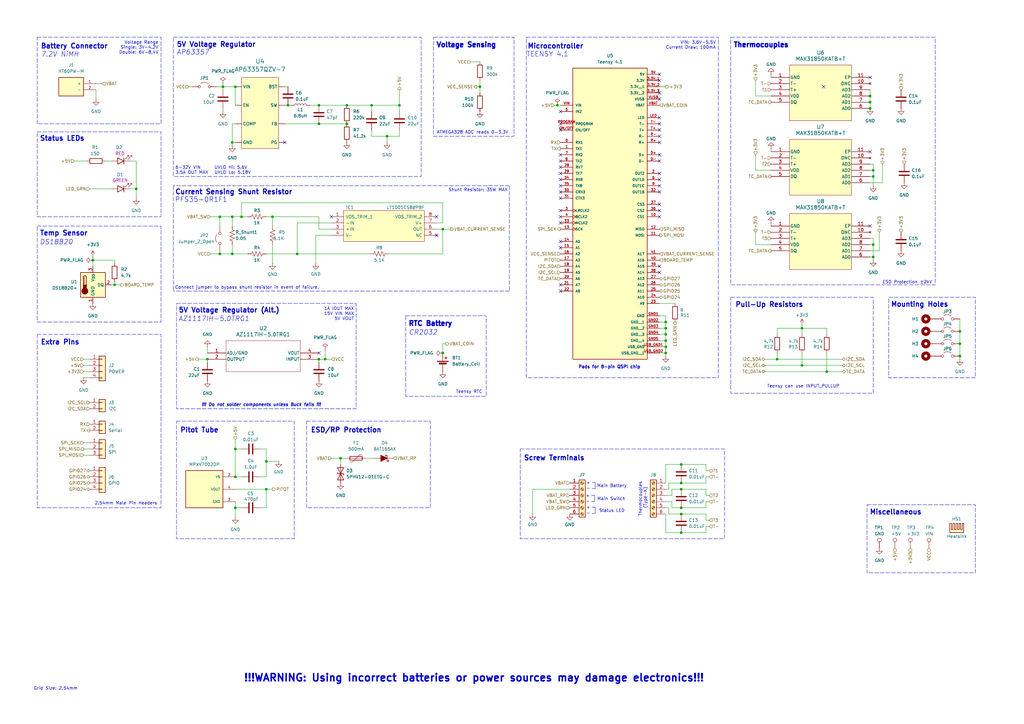
<source format=kicad_sch>
(kicad_sch (version 20231120) (generator "eeschema") (generator_version "8.0")
  (paper "A3")
  (title_block (title "VULCAN") (date "5/6/2024") (rev "0") (comment 4 "Luca Beretta"))
  (junction (at 279.4 198.12))
  (junction (at 279.4 208.28))
  (junction (at 279.4 218.44))
  (junction (at 130.81 50.8))
  (junction (at 99.06 88.9))
  (junction (at 38.1 106.68))
  (junction (at 163.83 43.18))
  (junction (at 109.22 200.66))
  (junction (at 46.99 116.84))
  (junction (at 273.05 144.78))
  (junction (at 85.09 147.32))
  (junction (at 339.09 152.4))
  (junction (at 318.77 147.32))
  (junction (at 279.4 190.5))
  (junction (at 139.7 187.96))
  (junction (at 95.25 88.9))
  (junction (at 328.93 149.86))
  (junction (at 158.75 55.88))
  (junction (at 91.44 35.56))
  (junction (at 279.4 200.66))
  (junction (at 358.14 100.33))
  (junction (at 90.17 104.14))
  (junction (at 358.14 69.85))
  (junction (at 142.24 50.8))
  (junction (at 96.52 208.28))
  (junction (at 181.61 93.98))
  (junction (at 356.87 44.45))
  (junction (at 142.24 43.18))
  (junction (at 55.88 77.47))
  (junction (at 358.14 72.39))
  (junction (at 118.11 43.18))
  (junction (at 130.81 43.18))
  (junction (at 96.52 195.58))
  (junction (at 228.6 43.18))
  (junction (at 356.87 41.91))
  (junction (at 90.17 88.9))
  (junction (at 96.52 35.56))
  (junction (at 356.87 39.37))
  (junction (at 95.25 58.42))
  (junction (at 130.81 147.32))
  (junction (at 273.05 139.7))
  (junction (at 133.35 147.32))
  (junction (at 393.7 146.05))
  (junction (at 95.25 104.14))
  (junction (at 273.05 137.16))
  (junction (at 358.14 105.41))
  (junction (at 109.22 189.23))
  (junction (at 196.85 35.56))
  (junction (at 181.61 144.78))
  (junction (at 393.7 140.97))
  (junction (at 273.05 132.08))
  (junction (at 393.7 135.89))
  (junction (at 273.05 134.62))
  (junction (at 328.93 134.62))
  (junction (at 111.76 88.9))
  (junction (at 96.52 184.15))
  (junction (at 273.05 142.24))
  (junction (at 279.4 210.82))
  (junction (at 152.4 43.18))
  (junction (at 121.92 104.14))
  (no_connect (at 229.87 53.34))
  (no_connect (at 270.51 30.48))
  (no_connect (at 179.07 88.9))
  (no_connect (at 270.51 40.64))
  (no_connect (at 270.51 78.74))
  (no_connect (at 270.51 86.36))
  (no_connect (at 229.87 88.9))
  (no_connect (at 229.87 99.06))
  (no_connect (at 229.87 50.8))
  (no_connect (at 229.87 73.66))
  (no_connect (at 270.51 53.34))
  (no_connect (at 356.87 31.75))
  (no_connect (at 229.87 68.58))
  (no_connect (at 229.87 81.28))
  (no_connect (at 356.87 92.71))
  (no_connect (at 270.51 111.76))
  (no_connect (at 229.87 66.04))
  (no_connect (at 229.87 63.5))
  (no_connect (at 270.51 109.22))
  (no_connect (at 270.51 33.02))
  (no_connect (at 116.84 58.42))
  (no_connect (at 130.81 144.78))
  (no_connect (at 229.87 119.38))
  (no_connect (at 270.51 55.88))
  (no_connect (at 229.87 101.6))
  (no_connect (at 229.87 76.2))
  (no_connect (at 229.87 78.74))
  (no_connect (at 229.87 45.72))
  (no_connect (at 337.82 35.56))
  (no_connect (at 270.51 88.9))
  (no_connect (at 270.51 58.42))
  (no_connect (at 270.51 50.8))
  (no_connect (at 179.07 96.52))
  (no_connect (at 135.89 88.9))
  (no_connect (at 356.87 62.23))
  (no_connect (at 270.51 48.26))
  (no_connect (at 270.51 38.1))
  (no_connect (at 270.51 76.2))
  (no_connect (at 270.51 73.66))
  (no_connect (at 270.51 66.04))
  (no_connect (at 270.51 83.82))
  (no_connect (at 229.87 71.12))
  (no_connect (at 270.51 63.5))
  (no_connect (at 229.87 116.84))
  (no_connect (at 270.51 71.12))
  (no_connect (at 229.87 86.36))
  (no_connect (at 229.87 91.44))
  (wire (pts (xy 77.47 35.56) (xy 78.74 35.56)))
  (wire (pts (xy 356.87 97.79) (xy 358.14 97.79)))
  (wire (pts (xy 274.32 210.82) (xy 279.4 210.82)))
  (wire (pts (xy 356.87 100.33) (xy 358.14 100.33)))
  (wire (pts (xy 90.17 102.87) (xy 90.17 104.14)))
  (polyline (pts (xy 244.094 197.866) (xy 244.094 200.406)))
  (wire (pts (xy 227.33 43.18) (xy 228.6 43.18)))
  (wire (pts (xy 53.34 77.47) (xy 55.88 77.47)))
  (wire (pts (xy 130.81 43.18) (xy 142.24 43.18)))
  (wire (pts (xy 109.22 88.9) (xy 111.76 88.9)))
  (wire (pts (xy 34.29 186.69) (xy 36.83 186.69)))
  (wire (pts (xy 318.77 144.78) (xy 318.77 147.32)))
  (wire (pts (xy 38.1 105.41) (xy 38.1 106.68)))
  (wire (pts (xy 34.29 152.4) (xy 36.83 152.4)))
  (wire (pts (xy 273.05 129.54) (xy 273.05 132.08)))
  (wire (pts (xy 34.29 181.61) (xy 36.83 181.61)))
  (wire (pts (xy 289.56 210.82) (xy 279.4 210.82)))
  (wire (pts (xy 179.07 93.98) (xy 181.61 93.98)))
  (wire (pts (xy 270.51 137.16) (xy 273.05 137.16)))
  (wire (pts (xy 309.88 33.02) (xy 309.88 39.37)))
  (wire (pts (xy 163.83 55.88) (xy 158.75 55.88)))
  (wire (pts (xy 135.89 147.32) (xy 133.35 147.32)))
  (wire (pts (xy 116.84 43.18) (xy 118.11 43.18)))
  (wire (pts (xy 273.05 137.16) (xy 273.05 139.7)))
  (wire (pts (xy 318.77 134.62) (xy 328.93 134.62)))
  (wire (pts (xy 356.87 67.31) (xy 358.14 67.31)))
  (wire (pts (xy 356.87 105.41) (xy 358.14 105.41)))
  (wire (pts (xy 193.04 25.4) (xy 196.85 25.4)))
  (wire (pts (xy 99.06 208.28) (xy 96.52 208.28)))
  (wire (pts (xy 152.4 55.88) (xy 152.4 53.34)))
  (wire (pts (xy 309.88 95.25) (xy 309.88 100.33)))
  (wire (pts (xy 55.88 66.04) (xy 55.88 77.47)))
  (wire (pts (xy 316.23 60.96) (xy 316.23 62.23)))
  (wire (pts (xy 34.29 147.32) (xy 36.83 147.32)))
  (polyline (pts (xy 242.824 210.566) (xy 244.094 210.566)))
  (wire (pts (xy 289.56 203.2) (xy 289.56 200.66)))
  (wire (pts (xy 328.93 144.78) (xy 328.93 149.86)))
  (wire (pts (xy 116.84 35.56) (xy 118.11 35.56)))
  (wire (pts (xy 130.81 148.59) (xy 130.81 147.32)))
  (wire (pts (xy 130.81 50.8) (xy 142.24 50.8)))
  (wire (pts (xy 111.76 100.33) (xy 111.76 107.95)))
  (wire (pts (xy 273.05 218.44) (xy 279.4 218.44)))
  (wire (pts (xy 158.75 55.88) (xy 152.4 55.88)))
  (wire (pts (xy 85.09 148.59) (xy 85.09 147.32)))
  (wire (pts (xy 121.92 104.14) (xy 151.765 104.14)))
  (wire (pts (xy 270.51 129.54) (xy 273.05 129.54)))
  (wire (pts (xy 38.1 106.68) (xy 38.1 109.22)))
  (wire (pts (xy 289.56 208.28) (xy 279.4 208.28)))
  (wire (pts (xy 270.51 142.24) (xy 273.05 142.24)))
  (wire (pts (xy 273.05 132.08) (xy 273.05 134.62)))
  (polyline (pts (xy 242.57 205.74) (xy 243.84 205.74)))
  (wire (pts (xy 316.23 91.44) (xy 316.23 92.71)))
  (wire (pts (xy 34.29 154.94) (xy 36.83 154.94)))
  (wire (pts (xy 135.89 96.52) (xy 129.54 96.52)))
  (wire (pts (xy 181.61 140.97) (xy 181.61 144.78)))
  (wire (pts (xy 273.05 218.44) (xy 273.05 210.82)))
  (wire (pts (xy 158.75 58.42) (xy 158.75 55.88)))
  (wire (pts (xy 182.88 140.97) (xy 181.61 140.97)))
  (wire (pts (xy 53.34 66.04) (xy 55.88 66.04)))
  (wire (pts (xy 99.06 83.185) (xy 99.06 88.9)))
  (wire (pts (xy 273.05 146.05) (xy 273.05 144.78)))
  (wire (pts (xy 289.56 195.58) (xy 289.56 198.12)))
  (wire (pts (xy 106.68 184.15) (xy 109.22 184.15)))
  (wire (pts (xy 290.83 205.74) (xy 289.56 205.74)))
  (wire (pts (xy 273.05 142.24) (xy 273.05 144.78)))
  (wire (pts (xy 109.22 189.23) (xy 114.3 189.23)))
  (polyline (pts (xy 243.84 203.2) (xy 243.84 205.74)))
  (wire (pts (xy 95.25 88.9) (xy 95.25 92.71)))
  (wire (pts (xy 289.56 213.36) (xy 289.56 210.82)))
  (polyline (pts (xy 71.12 76.2) (xy 71.12 119.38)) (stroke (width 0) (type dash)))
  (wire (pts (xy 339.09 144.78) (xy 339.09 152.4)))
  (wire (pts (xy 358.14 100.33) (xy 358.14 105.41)))
  (wire (pts (xy 95.25 104.14) (xy 90.17 104.14)))
  (wire (pts (xy 270.51 124.46) (xy 276.86 124.46)))
  (wire (pts (xy 95.25 100.33) (xy 95.25 104.14)))
  (wire (pts (xy 289.56 198.12) (xy 279.4 198.12)))
  (wire (pts (xy 109.22 208.28) (xy 109.22 200.66)))
  (wire (pts (xy 130.81 88.9) (xy 130.81 93.98)))
  (wire (pts (xy 393.7 140.97) (xy 393.7 146.05)))
  (wire (pts (xy 358.14 69.85) (xy 358.14 72.39)))
  (wire (pts (xy 96.52 200.66) (xy 109.22 200.66)))
  (wire (pts (xy 289.56 200.66) (xy 279.4 200.66)))
  (wire (pts (xy 109.22 208.28) (xy 106.68 208.28)))
  (wire (pts (xy 309.88 69.85) (xy 316.23 69.85)))
  (polyline (pts (xy 208.915 76.2) (xy 71.12 76.2)) (stroke (width 0) (type dash)))
  (wire (pts (xy 130.81 93.98) (xy 135.89 93.98)))
  (wire (pts (xy 91.44 35.56) (xy 96.52 35.56)))
  (wire (pts (xy 356.87 72.39) (xy 358.14 72.39)))
  (wire (pts (xy 274.32 198.12) (xy 279.4 198.12)))
  (wire (pts (xy 218.44 200.66) (xy 233.68 200.66)))
  (wire (pts (xy 96.52 50.8) (xy 95.25 50.8)))
  (wire (pts (xy 149.86 187.96) (xy 153.67 187.96)))
  (wire (pts (xy 275.59 200.66) (xy 279.4 200.66)))
  (wire (pts (xy 95.25 58.42) (xy 96.52 58.42)))
  (wire (pts (xy 356.87 36.83) (xy 356.87 39.37)))
  (wire (pts (xy 316.23 30.48) (xy 316.23 31.75)))
  (wire (pts (xy 39.37 34.29) (xy 41.91 34.29)))
  (wire (pts (xy 181.61 91.44) (xy 179.07 91.44)))
  (wire (pts (xy 358.14 67.31) (xy 358.14 69.85)))
  (wire (pts (xy 309.88 39.37) (xy 316.23 39.37)))
  (wire (pts (xy 328.93 133.35) (xy 328.93 134.62)))
  (wire (pts (xy 90.17 88.9) (xy 90.17 92.71)))
  (wire (pts (xy 356.87 39.37) (xy 356.87 41.91)))
  (wire (pts (xy 328.93 134.62) (xy 339.09 134.62)))
  (wire (pts (xy 290.83 215.9) (xy 289.56 215.9)))
  (wire (pts (xy 142.24 43.18) (xy 152.4 43.18)))
  (wire (pts (xy 289.56 190.5) (xy 279.4 190.5)))
  (wire (pts (xy 129.54 96.52) (xy 129.54 107.95)))
  (wire (pts (xy 273.05 134.62) (xy 273.05 137.16)))
  (wire (pts (xy 270.51 139.7) (xy 273.05 139.7)))
  (wire (pts (xy 358.14 97.79) (xy 358.14 100.33)))
  (wire (pts (xy 85.09 142.24) (xy 85.09 144.78)))
  (wire (pts (xy 163.83 36.83) (xy 163.83 43.18)))
  (wire (pts (xy 96.52 208.28) (xy 96.52 212.09)))
  (wire (pts (xy 96.52 184.15) (xy 99.06 184.15)))
  (wire (pts (xy 30.48 66.04) (xy 35.56 66.04)))
  (wire (pts (xy 163.83 45.72) (xy 163.83 43.18)))
  (wire (pts (xy 111.76 88.9) (xy 111.76 92.71)))
  (wire (pts (xy 116.84 50.8) (xy 130.81 50.8)))
  (wire (pts (xy 195.58 35.56) (xy 196.85 35.56)))
  (wire (pts (xy 181.61 83.185) (xy 181.61 91.44)))
  (polyline (pts (xy 208.915 76.2) (xy 208.915 119.38)) (stroke (width 0) (type dash)))
  (wire (pts (xy 90.17 104.14) (xy 86.36 104.14)))
  (wire (pts (xy 273.05 35.56) (xy 270.51 35.56)))
  (wire (pts (xy 274.32 208.28) (xy 274.32 210.82)))
  (wire (pts (xy 109.22 200.66) (xy 111.76 200.66)))
  (wire (pts (xy 393.7 147.32) (xy 393.7 146.05)))
  (wire (pts (xy 139.7 187.96) (xy 142.24 187.96)))
  (wire (pts (xy 139.7 187.96) (xy 135.89 187.96)))
  (wire (pts (xy 339.09 137.16) (xy 339.09 134.62)))
  (wire (pts (xy 45.72 116.84) (xy 46.99 116.84)))
  (wire (pts (xy 274.32 198.12) (xy 274.32 200.66)))
  (wire (pts (xy 127 43.18) (xy 130.81 43.18)))
  (wire (pts (xy 361.95 67.31) (xy 361.95 74.93)))
  (wire (pts (xy 88.9 35.56) (xy 91.44 35.56)))
  (wire (pts (xy 313.69 149.86) (xy 328.93 149.86)))
  (wire (pts (xy 99.06 88.9) (xy 101.6 88.9)))
  (wire (pts (xy 81.28 147.32) (xy 85.09 147.32)))
  (wire (pts (xy 90.17 88.9) (xy 95.25 88.9)))
  (wire (pts (xy 86.36 88.9) (xy 90.17 88.9)))
  (wire (pts (xy 46.99 115.57) (xy 46.99 116.84)))
  (wire (pts (xy 313.69 147.32) (xy 318.77 147.32)))
  (wire (pts (xy 393.7 135.89) (xy 393.7 140.97)))
  (polyline (pts (xy 208.915 119.38) (xy 71.12 119.38)) (stroke (width 0) (type dash)))
  (wire (pts (xy 43.18 66.04) (xy 45.72 66.04)))
  (wire (pts (xy 96.52 43.18) (xy 96.52 35.56)))
  (wire (pts (xy 91.44 44.45) (xy 91.44 45.72)))
  (wire (pts (xy 313.69 152.4) (xy 339.09 152.4)))
  (wire (pts (xy 290.83 203.2) (xy 289.56 203.2)))
  (wire (pts (xy 46.99 107.95) (xy 46.99 106.68)))
  (wire (pts (xy 358.14 72.39) (xy 358.14 76.2)))
  (wire (pts (xy 96.52 205.74) (xy 96.52 208.28)))
  (wire (pts (xy 274.32 200.66) (xy 273.05 200.66)))
  (wire (pts (xy 289.56 205.74) (xy 289.56 208.28)))
  (wire (pts (xy 96.52 184.15) (xy 96.52 195.58)))
  (wire (pts (xy 290.83 213.36) (xy 289.56 213.36)))
  (wire (pts (xy 275.59 205.74) (xy 273.05 205.74)))
  (wire (pts (xy 273.05 144.78) (xy 270.51 144.78)))
  (wire (pts (xy 275.59 205.74) (xy 275.59 208.28)))
  (wire (pts (xy 289.56 218.44) (xy 279.4 218.44)))
  (wire (pts (xy 309.88 63.5) (xy 309.88 69.85)))
  (wire (pts (xy 328.93 149.86) (xy 345.44 149.86)))
  (wire (pts (xy 181.61 93.98) (xy 181.61 104.14)))
  (wire (pts (xy 152.4 43.18) (xy 163.83 43.18)))
  (wire (pts (xy 152.4 45.72) (xy 152.4 43.18)))
  (wire (pts (xy 270.51 134.62) (xy 273.05 134.62)))
  (polyline (pts (xy 242.824 208.026) (xy 244.094 208.026)))
  (wire (pts (xy 360.68 102.87) (xy 356.87 102.87)))
  (wire (pts (xy 95.25 50.8) (xy 95.25 58.42)))
  (wire (pts (xy 309.88 100.33) (xy 316.23 100.33)))
  (wire (pts (xy 196.85 35.56) (xy 196.85 38.1)))
  (wire (pts (xy 228.6 43.18) (xy 229.87 43.18)))
  (wire (pts (xy 181.61 93.98) (xy 184.785 93.98)))
  (wire (pts (xy 139.7 187.96) (xy 139.7 190.5)))
  (wire (pts (xy 163.83 53.34) (xy 163.83 55.88)))
  (wire (pts (xy 38.1 106.68) (xy 46.99 106.68)))
  (wire (pts (xy 275.59 208.28) (xy 279.4 208.28)))
  (wire (pts (xy 270.51 132.08) (xy 273.05 132.08)))
  (wire (pts (xy 289.56 193.04) (xy 289.56 190.5)))
  (wire (pts (xy 34.29 149.86) (xy 36.83 149.86)))
  (wire (pts (xy 339.09 152.4) (xy 345.44 152.4)))
  (wire (pts (xy 273.05 208.28) (xy 274.32 208.28)))
  (wire (pts (xy 356.87 69.85) (xy 358.14 69.85)))
  (wire (pts (xy 99.06 195.58) (xy 96.52 195.58)))
  (wire (pts (xy 121.92 91.44) (xy 135.89 91.44)))
  (wire (pts (xy 36.83 77.47) (xy 45.72 77.47)))
  (wire (pts (xy 109.22 189.23) (xy 109.22 195.58)))
  (wire (pts (xy 109.22 104.14) (xy 121.92 104.14)))
  (wire (pts (xy 196.85 33.02) (xy 196.85 35.56)))
  (wire (pts (xy 159.385 104.14) (xy 181.61 104.14)))
  (wire (pts (xy 361.95 74.93) (xy 356.87 74.93)))
  (wire (pts (xy 95.25 104.14) (xy 101.6 104.14)))
  (wire (pts (xy 109.22 184.15) (xy 109.22 189.23)))
  (wire (pts (xy 118.11 43.18) (xy 119.38 43.18)))
  (wire (pts (xy 318.77 147.32) (xy 345.44 147.32)))
  (wire (pts (xy 290.83 193.04) (xy 289.56 193.04)))
  (wire (pts (xy 218.44 210.82) (xy 218.44 200.66)))
  (wire (pts (xy 95.25 88.9) (xy 99.06 88.9)))
  (wire (pts (xy 96.52 180.34) (xy 96.52 184.15)))
  (polyline (pts (xy 244.094 208.026) (xy 244.094 210.566)))
  (wire (pts (xy 91.44 34.29) (xy 91.44 35.56)))
  (wire (pts (xy 393.7 130.81) (xy 393.7 135.89)))
  (wire (pts (xy 273.05 190.5) (xy 273.05 198.12)))
  (wire (pts (xy 273.05 190.5) (xy 279.4 190.5)))
  (wire (pts (xy 275.59 200.66) (xy 275.59 203.2)))
  (wire (pts (xy 273.05 139.7) (xy 273.05 142.24)))
  (polyline (pts (xy 242.57 203.2) (xy 243.84 203.2)))
  (polyline (pts (xy 242.824 200.406) (xy 244.094 200.406)))
  (wire (pts (xy 109.22 195.58) (xy 106.68 195.58)))
  (wire (pts (xy 55.88 81.28) (xy 55.88 77.47)))
  (wire (pts (xy 39.37 36.83) (xy 39.37 40.64)))
  (wire (pts (xy 95.25 59.69) (xy 95.25 58.42)))
  (wire (pts (xy 328.93 134.62) (xy 328.93 137.16)))
  (wire (pts (xy 273.05 203.2) (xy 275.59 203.2)))
  (wire (pts (xy 290.83 195.58) (xy 289.56 195.58)))
  (wire (pts (xy 34.29 184.15) (xy 36.83 184.15)))
  (wire (pts (xy 289.56 215.9) (xy 289.56 218.44)))
  (wire (pts (xy 356.87 41.91) (xy 356.87 44.45)))
  (polyline (pts (xy 242.824 197.866) (xy 244.094 197.866)))
  (wire (pts (xy 91.44 36.83) (xy 91.44 35.56)))
  (wire (pts (xy 133.35 147.32) (xy 130.81 147.32)))
  (wire (pts (xy 360.68 95.25) (xy 360.68 102.87)))
  (wire (pts (xy 46.99 116.84) (xy 49.53 116.84)))
  (wire (pts (xy 358.14 105.41) (xy 358.14 106.68)))
  (wire (pts (xy 318.77 137.16) (xy 318.77 134.62)))
  (wire (pts (xy 133.35 143.51) (xy 133.35 147.32)))
  (wire (pts (xy 121.92 91.44) (xy 121.92 104.14)))
  (wire (pts (xy 111.76 88.9) (xy 130.81 88.9)))
  (wire (pts (xy 99.06 83.185) (xy 181.61 83.185)))
  (rectangle (start 299.72 121.92) (end 358.14 161.29) (stroke (width 0) (type dash)))
  (rectangle (start 15.24 54.102) (end 66.04 88.9) (stroke (width 0) (type dash)))
  (rectangle (start 166.37 129.54) (end 199.39 162.56) (stroke (width 0) (type dash)))
  (rectangle (start 71.12 15.24) (end 172.72 72.39) (stroke (width 0) (type dash)))
  (rectangle (start 213.36 184.15) (end 297.18 220.98) (stroke (width 0) (type dash)))
  (rectangle (start 72.39 172.72) (end 120.65 220.98) (stroke (width 0) (type dash)))
  (rectangle (start 364.49 121.92) (end 400.05 154.94) (stroke (width 0) (type dash)))
  (rectangle (start 15.24 137.16) (end 66.04 208.28) (stroke (width 0) (type dash)))
  (rectangle (start 177.8 15.24) (end 210.82 55.88) (stroke (width 0) (type dash)))
  (rectangle (start 15.24 15.24) (end 66.04 50.8) (stroke (width 0) (type dash)))
  (rectangle (start 15.24 92.71) (end 66.04 132.08) (stroke (width 0) (type dash)))
  (rectangle (start 215.9 15.24) (end 294.64 154.94) (stroke (width 0) (type dash)))
  (rectangle (start 299.72 15.24) (end 383.54 116.84) (stroke (width 0) (type dash)))
  (rectangle (start 72.39 124.46) (end 146.05 167.64) (stroke (width 0) (type dash)))
  (rectangle (start 125.73 172.72) (end 176.53 208.28) (stroke (width 0) (type dash)))
  (rectangle (start 355.6 207.01) (end 400.05 234.95) (stroke (width 0) (type dash)))
  (text "Temp Sensor\n" (at 26.162 95.758 0) (effects (font (size 2 2) (bold yes))))
  (text "RTC Battery" (at 167.386 132.842 0) (effects (font (size 2 2) (thickness 0.8) (bold yes)) (justify left)))
  (text "-" (at 241.3 210.566 0) (effects (font (size 1.27 1.27))))
  (text "Status LED" (at 250.952 209.55 0) (effects (font (size 1.27 1.27))))
  (text "Microcontroller" (at 227.838 19.05 0) (effects (font (size 2 2) (thickness 0.4) (bold yes))))
  (text "TEENSY 4.1" (at 224.536 22.352 0) (effects (font (size 2 2))))
  (text "Connect jumper to bypass shunt resistor in event of failure." (at 71.755 118.745 0) (effects (font (size 1.27 1.27)) (justify left bottom)))
  (text "Shunt Resistor: 35W MAX" (at 208.28 78.74 0) (effects (font (size 1.27 1.27)) (justify right bottom)))
  (text "Screw Terminals\n" (at 227.33 187.96 0) (effects (font (size 2 2) (bold yes))))
  (text "5V Voltage Regulator (Alt.)" (at 73.152 128.524 0) (effects (font (size 2 2) (thickness 0.4) (bold yes)) (justify left bottom)))
  (text "Pull-Up Resistors" (at 301.498 126.238 0) (effects (font (size 2 2) (thickness 0.4) (bold yes)) (justify left bottom)))
  (text "Current Sensing Shunt Resistor" (at 71.755 80.01 0) (effects (font (size 2 2) (thickness 0.4) (bold yes)) (justify left bottom)))
  (text "+" (at 241.3 198.12 0) (effects (font (size 1.27 1.27))))
  (text "7.2V NiMH" (at 16.764 23.622 0) (effects (font (size 2 2) (italic yes)) (justify left bottom)))
  (text "AZ1117IH-5.0TRG1" (at 73.152 132.08 0) (effects (font (size 2 2) (italic yes)) (justify left bottom)))
  (text "Teensy can use INPUT_PULLUP" (at 329.438 158.496 0) (effects (font (size 1.27 1.27))))
  (text "-" (at 241.046 205.74 0) (effects (font (size 1.27 1.27))))
  (text "UVLO Hi: 5.6V\nUVLO Lo: 5.18V" (at 87.884 69.85 0) (effects (font (size 1.27 1.27)) (justify left)))
  (text "Status LEDs" (at 16.256 56.896 0) (effects (font (size 2 2) (bold yes)) (justify left)))
  (text "Thermocouples \n(Type-K)" (at 263.652 204.216 90) (effects (font (size 1.27 1.27))))
  (text "Mounting Holes" (at 377.19 124.968 0) (effects (font (size 2 2) (bold yes))))
  (text "Voltage Range\nSingle: 3V-4.2V\nDouble: 6V-8.4V" (at 65.024 22.352 0) (effects (font (size 1.27 1.27)) (justify right bottom)))
  (text "Thermocouples" (at 312.166 18.542 0) (effects (font (size 2 2) (thickness 0.8) (bold yes))))
  (text "DS18B20\n" (at 16.256 100.584 0) (effects (font (size 2 2) (italic yes)) (justify left bottom)))
  (text "Pitot Tube" (at 81.788 176.53 0) (effects (font (size 2 2) (bold yes))))
  (text "Teensy RTC" (at 197.866 160.782 0) (effects (font (size 1.27 1.27)) (justify right)))
  (text "Battery Connector" (at 30.48 19.05 0) (effects (font (size 2 2) (bold yes))))
  (text "Grid Size: 2.54mm" (at 13.716 283.21 0) (effects (font (size 1.27 1.27) (italic yes)) (justify left bottom)))
  (text "Main Battery" (at 250.952 199.39 0) (effects (font (size 1.27 1.27))))
  (text "-" (at 241.3 200.406 0) (effects (font (size 1.27 1.27))))
  (text "CR2032\n" (at 167.64 137.668 0) (effects (font (size 2 2) (italic yes)) (justify left bottom)))
  (text "Pads for 8-pin QSPI chip" (at 249.936 150.622 0) (effects (font (size 1.27 1.27) (bold yes))))
  (text "Main Switch\n" (at 250.698 204.724 0) (effects (font (size 1.27 1.27))))
  (text "6-32V VIN\n3.5A OUT MAX" (at 71.882 71.628 0) (effects (font (size 1.27 1.27)) (justify left bottom)))
  (text "1A IOUT MAX\n15V VIN MAX\n5V VOUT" (at 145.288 131.572 0) (effects (font (size 1.27 1.27)) (justify right bottom)))
  (text "!!! Do not solder components unless Buck fails !!!" (at 107.188 166.116 0) (effects (font (size 1.27 1.27) (thickness 0.254) (bold yes) (italic yes))))
  (text "Miscellaneous" (at 356.616 211.328 0) (effects (font (size 2 2) (thickness 0.4) (bold yes)) (justify left bottom)))
  (text "Extra Pins" (at 24.638 140.462 0) (effects (font (size 2 2) (bold yes))))
  (text "AP63357\n" (at 72.39 22.733 0) (effects (font (size 2 2) (italic yes)) (justify left bottom)))
  (text "ESD Protection ±2kV" (at 372.11 115.824 0) (effects (font (size 1.27 1.27))))
  (text "2.54mm Male Pin Headers" (at 64.516 206.502 0) (effects (font (size 1.27 1.27)) (justify right)))
  (text "ATMEGA328 ADC reads 0-3.3V" (at 179.07 55.118 0) (effects (font (size 1.27 1.27)) (justify left bottom)))
  (text "Voltage Sensing\n" (at 178.816 18.542 0) (effects (font (size 2 2) (thickness 0.8) (bold yes)) (justify left)))
  (text "VIN: 3.6V-5.5V\nCurrent Draw: 100mA" (at 293.624 20.32 0) (effects (font (size 1.27 1.27)) (justify right bottom)))
  (text "5V Voltage Regulator" (at 72.39 19.558 0) (effects (font (size 2 2) (thickness 0.4) (bold yes)) (justify left bottom)))
  (text "+" (at 241.3 208.28 0) (effects (font (size 1.27 1.27))))
  (text "!!!WARNING: Using incorrect batteries or power sources may damage electronics!!!" (at 99.822 279.908 0) (effects (font (size 3 3) (thickness 0.6) (bold yes)) (justify left bottom)))
  (text "+" (at 241.046 203.454 0) (effects (font (size 1.27 1.27))))
  (text "PFS35-0R1F1" (at 71.755 83.185 0) (effects (font (size 2 2)) (justify left bottom)))
  (text "ESD/RP Protection" (at 141.986 176.53 0) (effects (font (size 2 2) (bold yes))))
  (hierarchical_label "+5V" (shape input) (at 30.48 66.04 180))
  (hierarchical_label "VBAT_COIN" (shape output) (at 182.88 140.97 0))
  (hierarchical_label "+5V" (shape output) (at 163.83 36.83 90))
  (hierarchical_label "T-" (shape input) (at 316.23 64.77 180))
  (hierarchical_label "VBAT" (shape input) (at 135.89 187.96 180))
  (hierarchical_label "T1" (shape input) (at 316.23 36.83 180))
  (hierarchical_label "I2C_SDA" (shape bidirectional) (at 313.69 147.32 180))
  (hierarchical_label "T2" (shape input) (at 290.83 203.2 0))
  (hierarchical_label "SPI_MISO" (shape output) (at 34.29 184.15 180))
  (hierarchical_label "VBAT_RP" (shape input) (at 233.68 203.2 180))
  (hierarchical_label "T2" (shape input) (at 316.23 67.31 180))
  (hierarchical_label "TC_DATA" (shape bidirectional) (at 313.69 152.4 180))
  (hierarchical_label "+3V3" (shape input) (at 309.88 33.02 90))
  (hierarchical_label "GPIO26" (shape bidirectional) (at 36.83 195.58 180))
  (hierarchical_label "BOARD_TEMP" (shape input) (at 270.51 106.68 0))
  (hierarchical_label "I2C_SCL" (shape bidirectional) (at 313.69 149.86 180))
  (hierarchical_label "+3V3" (shape input) (at 309.88 63.5 90))
  (hierarchical_label "+3V3" (shape input) (at 360.68 95.25 90))
  (hierarchical_label "VCC" (shape input) (at 135.89 147.32 0))
  (hierarchical_label "T-" (shape input) (at 290.83 205.74 0))
  (hierarchical_label "T-" (shape input) (at 316.23 95.25 180))
  (hierarchical_label "SPI_SCK" (shape input) (at 34.29 181.61 180))
  (hierarchical_label "+3V3" (shape input) (at 34.29 152.4 180))
  (hierarchical_label "I2C_SCL" (shape input) (at 229.87 111.76 180))
  (hierarchical_label "T-" (shape input) (at 316.23 34.29 180))
  (hierarchical_label "+3V3" (shape input) (at 361.95 67.31 90))
  (hierarchical_label "TC_DATA" (shape output) (at 316.23 41.91 180))
  (hierarchical_label "VBAT" (shape input) (at 233.68 198.12 180))
  (hierarchical_label "LED_GRN" (shape input) (at 233.68 208.28 180))
  (hierarchical_label "+5V" (shape output) (at 81.28 147.32 180))
  (hierarchical_label "T3" (shape input) (at 316.23 97.79 180))
  (hierarchical_label "VCC" (shape input) (at 86.36 104.14 180))
  (hierarchical_label "+3V3" (shape input) (at 370.84 67.31 90))
  (hierarchical_label "SPI_SCK" (shape output) (at 229.87 93.98 180))
  (hierarchical_label "+3V3" (shape input) (at 369.57 36.83 90))
  (hierarchical_label "TC_DATA" (shape input) (at 229.87 114.3 180))
  (hierarchical_label "SPI_MOSI" (shape output) (at 270.51 96.52 0))
  (hierarchical_label "I2C_SDA" (shape bidirectional) (at 345.44 147.32 0))
  (hierarchical_label "VBAT" (shape input) (at 41.91 34.29 0))
  (hierarchical_label "SPI_MISO" (shape input) (at 270.51 93.98 0))
  (hierarchical_label "GPIO24" (shape bidirectional) (at 270.51 121.92 0))
  (hierarchical_label "+3V3" (shape input) (at 369.57 95.25 90))
  (hierarchical_label "T1" (shape input) (at 290.83 193.04 0))
  (hierarchical_label "GPIO27" (shape bidirectional) (at 36.83 193.04 180))
  (hierarchical_label "VBAT_SW" (shape input) (at 233.68 205.74 180))
  (hierarchical_label "GPIO25" (shape bidirectional) (at 270.51 119.38 0))
  (hierarchical_label "GPIO26" (shape bidirectional) (at 270.51 116.84 0))
  (hierarchical_label "VCC" (shape input) (at 77.47 35.56 180))
  (hierarchical_label "GPIO24" (shape bidirectional) (at 36.83 200.66 180))
  (hierarchical_label "I2C_SDA" (shape input) (at 229.87 109.22 180))
  (hierarchical_label "VBAT_SW" (shape input) (at 86.36 88.9 180))
  (hierarchical_label "PITOT" (shape output) (at 111.76 200.66 0))
  (hierarchical_label "VCC" (shape input) (at 34.29 147.32 180))
  (hierarchical_label "TC_DATA" (shape bidirectional) (at 345.44 152.4 0))
  (hierarchical_label "RX" (shape input) (at 229.87 58.42 180))
  (hierarchical_label "VCC_SENSE" (shape input) (at 229.87 104.14 180))
  (hierarchical_label "VBAT_CURRENT_SENSE" (shape input) (at 270.51 104.14 0))
  (hierarchical_label "GPIO25" (shape bidirectional) (at 36.83 198.12 180))
  (hierarchical_label "VBAT_COIN" (shape input) (at 270.51 43.18 0))
  (hierarchical_label "BOARD_TEMP" (shape output) (at 49.53 116.84 0))
  (hierarchical_label "PITOT" (shape input) (at 229.87 106.68 180))
  (hierarchical_label "+3V3" (shape output) (at 273.05 35.56 0))
  (hierarchical_label "VBAT_RP" (shape input) (at 161.29 187.96 0))
  (hierarchical_label "+5V" (shape input) (at 367.03 224.79 270))
  (hierarchical_label "VCC" (shape input) (at 381 224.79 270))
  (hierarchical_label "T3" (shape input) (at 290.83 213.36 0))
  (hierarchical_label "I2C_SCL" (shape input) (at 36.83 165.1 180))
  (hierarchical_label "RX" (shape input) (at 36.83 173.99 180))
  (hierarchical_label "SPI_MOSI" (shape input) (at 34.29 186.69 180))
  (hierarchical_label "GPIO27" (shape bidirectional) (at 270.51 114.3 0))
  (hierarchical_label "VCC_SENSE" (shape output) (at 195.58 35.56 180))
  (hierarchical_label "LED_GRN" (shape output) (at 276.86 132.08 270))
  (hierarchical_label "VBAT_CURRENT_SENSE" (shape output) (at 184.785 93.98 0))
  (hierarchical_label "TC_DATA" (shape output) (at 316.23 72.39 180))
  (hierarchical_label "+3V3" (shape input) (at 373.38 224.79 270))
  (hierarchical_label "T-" (shape input) (at 290.83 195.58 0))
  (hierarchical_label "T-" (shape input) (at 290.83 215.9 0))
  (hierarchical_label "+5V" (shape input) (at 34.29 149.86 180))
  (hierarchical_label "+3V3" (shape input) (at 309.88 95.25 90))
  (hierarchical_label "LED_GRN" (shape input) (at 36.83 77.47 180))
  (hierarchical_label "TC_DATA" (shape output) (at 316.23 102.87 180))
  (hierarchical_label "+5V" (shape input) (at 96.52 180.34 90))
  (hierarchical_label "+5V" (shape input) (at 227.33 43.18 180))
  (hierarchical_label "TX" (shape output) (at 229.87 60.96 180))
  (hierarchical_label "TX" (shape output) (at 36.83 176.53 180))
  (hierarchical_label "VCC" (shape input) (at 193.04 25.4 180))
  (hierarchical_label "I2C_SCL" (shape bidirectional) (at 345.44 149.86 0))
  (hierarchical_label "I2C_SDA" (shape input) (at 36.83 167.64 180))
  (symbol (lib_id "Device:C") (at 85.09 152.4 0) (unit 1)
    (property "Reference" "C1" (at 82.042 151.384 0) (effects (justify right)))
    (property "Value" "22uF" (at 82.042 153.924 0) (effects (justify right)))
    (property "Footprint" "Capacitor_SMD:C_0805_2012Metric_Pad1.18x1.45mm_HandSolder" (effects (hide yes)))
    (property "Description" "Unpolarized capacitor" (effects (hide yes)))
  )
  (symbol (lib_id "Device:C") (at 369.57 99.06 0) (unit 1)
    (property "Reference" "C15" (at 372.618 97.79 0) (effects (justify left)))
    (property "Value" "0.1uF" (at 372.618 100.33 0) (effects (justify left)))
    (property "Footprint" "Capacitor_SMD:C_0805_2012Metric_Pad1.18x1.45mm_HandSolder" (effects (hide yes)))
    (property "Description" "Unpolarized capacitor" (effects (hide yes)))
  )
  (symbol (lib_id "power:GND") (at 369.57 44.45 0) (unit 1)
    (property "Reference" "#PWR031" (effects (hide yes)))
    (property "Value" "GND" (at 369.57 49.53 0))
    (property "Description" "Power symbol creates a global label with name \"GND\" , ground" (effects (hide yes)))
  )
  (symbol (lib_id "power:GND") (at 142.24 58.42 0) (unit 1)
    (property "Reference" "#PWR016" (effects (hide yes)))
    (property "Value" "GND" (at 142.24 63.5 0))
    (property "Description" "Power symbol creates a global label with name \"GND\" , ground" (effects (hide yes)))
  )
  (symbol (lib_id "Device:R_US") (at 105.41 104.14 90) (unit 1)
    (property "Reference" "R4" (at 105.41 101.6 90))
    (property "Value" "1K" (at 105.41 106.68 90))
    (property "Footprint" "Resistor_SMD:R_0805_2012Metric_Pad1.20x1.40mm_HandSolder" (effects (hide yes)))
    (property "Distributor" "DigiKey" (effects (hide yes)))
    (property "MPN" "RC0805FR-071KL" (effects (hide yes)))
  )
  (symbol (lib_id "power:GND") (at 196.85 45.72 0) (unit 1)
    (property "Reference" "#PWR019" (effects (hide yes)))
    (property "Value" "GND" (at 196.85 50.8 0))
    (property "Description" "Power symbol creates a global label with name \"GND\" , ground" (effects (hide yes)))
  )
  (symbol (lib_id "Device:C") (at 118.11 39.37 0) (unit 1)
    (property "Reference" "C6" (at 121.158 38.1 0) (effects (justify left)))
    (property "Value" "0.1uF" (at 121.158 40.64 0) (effects (justify left)))
    (property "Footprint" "Capacitor_SMD:C_0805_2012Metric_Pad1.18x1.45mm_HandSolder" (effects (hide yes)))
    (property "Description" "Unpolarized capacitor" (effects (hide yes)))
  )
  (symbol (lib_id "CustomComponents:AP63357_(SparkFun_Buck_Regulator_5V)") (at 111.76 53.34 0) (unit 1)
    (property "Reference" "U4" (at 106.68 25.146 0) (effects (font (size 1.778 1.778))))
    (property "Value" "AP63357QZV-7" (at 106.68 28.448 0) (effects (font (size 1.778 1.778))))
    (property "Footprint" "CustomFootprintLib:AP63356 (V-DFN3020-13)" (effects (hide yes)))
    (property "Datasheet" "https://docs.sparkfun.com/SparkFun_Buck_Regulator_AP63357DV-7/component_documentation/AP63356-AP63357.pdf" (effects (hide yes)))
    (property "Purchase" "https://www.digikey.com/en/products/detail/diodes-incorporated/AP63357DV-7/10491496" (effects (hide yes)))
    (property "Distributor" "DigiKey" (effects (hide yes)))
    (property "MPN" "AP63357QZV-7" (effects (hide yes)))
  )
  (symbol (lib_id "Device:R_US") (at 111.76 96.52 180) (unit 1)
    (property "Reference" "R5" (at 115.57 95.25 0))
    (property "Value" "5.1K" (at 114.3 97.79 0))
    (property "Footprint" "Resistor_SMD:R_0805_2012Metric_Pad1.20x1.40mm_HandSolder" (effects (hide yes)))
    (property "Distributor" "DigiKey" (effects (hide yes)))
    (property "MPN" "RC0805FR-075K1L" (effects (hide yes)))
  )
  (symbol (lib_id "power:PWR_FLAG") (at 38.1 106.68 90) (unit 1)
    (property "Reference" "#FLG01" (effects (hide yes)))
    (property "Value" "PWR_FLAG" (at 34.29 106.6799 90) (effects (justify left)))
    (property "Description" "Special symbol for telling ERC where power comes from" (effects (hide yes)))
  )
  (symbol (lib_id "Device:C") (at 279.4 194.31 0) (unit 1)
    (property "Reference" "C11" (at 282.448 193.04 0) (effects (justify left)))
    (property "Value" "0.01uF" (at 282.448 195.58 0) (effects (justify left)))
    (property "Footprint" "Capacitor_SMD:C_0805_2012Metric_Pad1.18x1.45mm_HandSolder" (effects (hide yes)))
    (property "Description" "Unpolarized capacitor" (effects (hide yes)))
  )
  (symbol (lib_id "power:GND") (at 273.05 146.05 0) (unit 1)
    (property "Reference" "#PWR022" (effects (hide yes)))
    (property "Value" "GND" (at 273.05 151.13 0))
    (property "Description" "Power symbol creates a global label with name \"GND\" , ground" (effects (hide yes)))
  )
  (symbol (lib_id "Sensor_Temperature:DS18B20") (at 38.1 116.84 0) (unit 1)
    (property "Reference" "U1" (at 31.75 115.5699 0) (effects (justify right)))
    (property "Value" "DS18B20+" (at 31.75 118.1099 0) (effects (justify right)))
    (property "Footprint" "Package_TO_SOT_THT:TO-92_Inline" (effects (hide yes)))
    (property "Datasheet" "http://datasheets.maximintegrated.com/en/ds/DS18B20.pdf" (effects (hide yes)))
    (property "Description" "Programmable Resolution 1-Wire Digital Thermometer TO-92" (effects (hide yes)))
    (property "Purchase" "https://www.digikey.com/en/products/detail/umw/DS18B20/16705963" (effects (hide yes)))
    (property "Distributor" "DigiKey" (effects (hide yes)))
    (property "MPN" "DS18B20+" (effects (hide yes)))
  )
  (symbol (lib_id "Device:R_US") (at 155.575 104.14 270) (unit 1)
    (property "Reference" "R8" (at 155.575 101.6 90))
    (property "Value" "5.1K" (at 155.575 106.68 90))
    (property "Footprint" "Resistor_SMD:R_0805_2012Metric_Pad1.20x1.40mm_HandSolder" (effects (hide yes)))
    (property "Distributor" "DigiKey" (effects (hide yes)))
    (property "MPN" "RC0805FR-075K1L" (effects (hide yes)))
  )
  (symbol (lib_id "power:PWR_FLAG") (at 228.6 43.18 0) (unit 1) (in_bom no)
    (property "Reference" "#FLG05" (effects (hide yes)))
    (property "Value" "PWR_FLAG" (at 228.6 38.1 0))
    (property "Description" "Special symbol for telling ERC where power comes from" (effects (hide yes)))
  )
  (symbol (lib_id "power:PWR_FLAG") (at 133.35 143.51 0) (unit 1) (in_bom no)
    (property "Reference" "#FLG03" (effects (hide yes)))
    (property "Value" "PWR_FLAG" (at 133.35 138.43 0))
    (property "Description" "Special symbol for telling ERC where power comes from" (effects (hide yes)))
  )
  (symbol (lib_id "DEV-16771:DEV-16771") (at 250.19 78.74 0) (unit 1) (in_bom no)
    (property "Reference" "U5" (at 250.19 22.86 0))
    (property "Value" "Teensy 4.1" (at 250.19 25.4 0))
    (property "Footprint" "CustomFootprintLib:MODULE_DEV-16771" (effects (hide yes)))
    (property "MF" "SparkFun Electronics" (effects (hide yes)))
    (property "MAXIMUM_PACKAGE_HEIGHT" "4.07mm" (effects (hide yes)))
    (property "Package" "None" (effects (hide yes)))
    (property "Price" "None" (effects (hide yes)))
    (property "Check_prices" "https://www.snapeda.com/parts/DEV-16771/SparkFun+Electronics/view-part/?ref=eda" (effects (hide yes)))
    (property "STANDARD" "Manufacturer recommendations" (effects (hide yes)))
    (property "PARTREV" "4.1" (effects (hide yes)))
    (property "SnapEDA_Link" "https://www.snapeda.com/parts/DEV-16771/SparkFun+Electronics/view-part/?ref=snap" (effects (hide yes)))
    (property "MP" "DEV-16771" (effects (hide yes)))
    (property "Purchase-URL" "https://www.snapeda.com/api/url_track_click_mouser/?unipart_id=4833875&manufacturer=SparkFun Electronics&part_name=DEV-16771&search_term=None" (effects (hide yes)))
    (property "Description_1" "\nRT1062 Teensy 4.1 series ARM® Cortex®-M7 MPU Embedded Evaluation Board\n" (effects (hide yes)))
    (property "Availability" "In Stock" (effects (hide yes)))
    (property "MANUFACTURER" "SparkFun Electronics" (effects (hide yes)))
    (property "Purchase" "https://www.sparkfun.com/products/16996" (effects (hide yes)))
    (property "Distributor" "SparkFun" (effects (hide yes)))
    (property "MPN" "DEV-16996" (effects (hide yes)))
  )
  (symbol (lib_id "Connector:TestPoint") (at 381 224.79 0) (unit 1) (in_bom no)
    (property "Reference" "TP4" (at 379.476 216.408 0) (effects (justify left)))
    (property "Value" "VIN" (at 379.476 218.948 0) (effects (justify left)))
    (property "Footprint" "TestPoint:TestPoint_Pad_D1.0mm" (effects (hide yes)))
    (property "Description" "test point" (effects (hide yes)))
  )
  (symbol (lib_id "Device:R") (at 39.37 66.04 90) (unit 1)
    (property "Reference" "R1" (at 40.386 60.452 90) (effects (justify left)))
    (property "Value" "150" (at 40.894 62.992 90) (effects (justify left)))
    (property "Footprint" "Resistor_SMD:R_0805_2012Metric_Pad1.20x1.40mm_HandSolder" (effects (hide yes)))
    (property "Description" "Resistor" (effects (hide yes)))
    (property "Distributor" "DigiKey" (effects (hide yes)))
    (property "MPN" "RC0805FR-07150RL" (effects (hide yes)))
  )
  (symbol (lib_id "Mechanical:MountingHole_Pad") (at 381 130.81 90) (unit 1) (exclude_from_sim yes) (in_bom no)
    (property "Reference" "H1" (at 375.412 130.81 90))
    (property "Value" "MountingHole_Pad" (effects (hide yes)))
    (property "Footprint" "MountingHole:MountingHole_3.2mm_M3_Pad_Via" (effects (hide yes)))
    (property "Description" "Mounting Hole with connection" (effects (hide yes)))
  )
  (symbol (lib_id "power:GND") (at 95.25 59.69 0) (unit 1)
    (property "Reference" "#PWR09" (effects (hide yes)))
    (property "Value" "GND" (at 95.25 64.77 0))
    (property "Description" "Power symbol creates a global label with name \"GND\" , ground" (effects (hide yes)))
  )
  (symbol (lib_id "power:GND") (at 356.87 44.45 0) (unit 1)
    (property "Reference" "#PWR027" (effects (hide yes)))
    (property "Value" "GND" (at 356.87 49.53 0))
    (property "Description" "Power symbol creates a global label with name \"GND\" , ground" (effects (hide yes)))
  )
  (symbol (lib_id "power:GND") (at 358.14 76.2 0) (unit 1)
    (property "Reference" "#PWR028" (effects (hide yes)))
    (property "Value" "GND" (at 358.14 81.28 0))
    (property "Description" "Power symbol creates a global label with name \"GND\" , ground" (effects (hide yes)))
  )
  (symbol (lib_id "Device:C") (at 279.4 204.47 0) (unit 1)
    (property "Reference" "C12" (at 282.448 203.2 0) (effects (justify left)))
    (property "Value" "0.01uF" (at 282.448 205.74 0) (effects (justify left)))
    (property "Footprint" "Capacitor_SMD:C_0805_2012Metric_Pad1.18x1.45mm_HandSolder" (effects (hide yes)))
    (property "Description" "Unpolarized capacitor" (effects (hide yes)))
  )
  (symbol (lib_id "Device:C") (at 279.4 214.63 0) (unit 1)
    (property "Reference" "C13" (at 282.448 213.36 0) (effects (justify left)))
    (property "Value" "0.01uF" (at 282.448 215.9 0) (effects (justify left)))
    (property "Footprint" "Capacitor_SMD:C_0805_2012Metric_Pad1.18x1.45mm_HandSolder" (effects (hide yes)))
    (property "Description" "Unpolarized capacitor" (effects (hide yes)))
  )
  (symbol (lib_id "power:GND") (at 316.23 91.44 180) (unit 1)
    (property "Reference" "#PWR025" (effects (hide yes)))
    (property "Value" "GND" (at 314.198 87.376 0) (effects (justify right)))
    (property "Description" "Power symbol creates a global label with name \"GND\" , ground" (effects (hide yes)))
  )
  (symbol (lib_id "Connector_Generic:Conn_01x04") (at 41.91 195.58 0) (unit 1)
    (property "Reference" "J6" (at 44.45 195.5799 0) (effects (justify left)))
    (property "Value" "GPIO" (at 44.45 198.1199 0) (effects (justify left)))
    (property "Footprint" "Connector_PinSocket_2.54mm:PinSocket_1x04_P2.54mm_Vertical" (effects (hide yes)))
    (property "Description" "Generic connector, single row, 01x04, script generated (kicad-library-utils/schlib/autogen/connector/)" (effects (hide yes)))
    (property "MPN" "0901471104" (effects (hide yes)))
  )
  (symbol (lib_id "Device:R") (at 318.77 140.97 0) (unit 1)
    (property "Reference" "R12" (at 313.182 142.24 0) (effects (justify left)))
    (property "Value" "4.7k" (at 313.182 139.954 0) (effects (justify left)))
    (property "Footprint" "Resistor_SMD:R_0805_2012Metric_Pad1.20x1.40mm_HandSolder" (effects (hide yes)))
    (property "Description" "Resistor" (effects (hide yes)))
    (property "Distributor" "DigiKey" (effects (hide yes)))
    (property "MPN" "RC0805FR-074K7L" (effects (hide yes)))
  )
  (symbol (lib_id "Connector:Screw_Terminal_01x06") (at 238.76 203.2 0) (unit 1)
    (property "Reference" "J7" (at 238.76 194.818 0))
    (property "Value" "Screw_Terminal_01x06" (effects (hide yes)))
    (property "Footprint" "CustomFootprintLib:TERMBLOCK_OSTTE060104" (effects (hide yes)))
    (property "Description" "Generic screw terminal, single row, 01x06, script generated (kicad-library-utils/schlib/autogen/connector/)" (effects (hide yes)))
    (property "Purchase" "https://www.digikey.com/en/products/detail/on-shore-technology-inc/OSTTE060104/2351820?s=N4IgTCBcDaIPIGUAqSCiAGAbOgjOgLCALoC%2BQA" (effects (hide yes)))
    (property "Distributor" "DigiKey" (effects (hide yes)))
    (property "MPN" "  OSTTE060104" (effects (hide yes)))
  )
  (symbol (lib_id "Device:C") (at 102.87 195.58 90) (unit 1)
    (property "Reference" "C4" (at 102.87 188.976 90))
    (property "Value" "1.0uF" (at 102.87 191.516 90))
    (property "Footprint" "Capacitor_SMD:C_0805_2012Metric_Pad1.18x1.45mm_HandSolder" (effects (hide yes)))
    (property "Description" "Unpolarized capacitor" (effects (hide yes)))
  )
  (symbol (lib_id "power:GND") (at 316.23 60.96 180) (unit 1)
    (property "Reference" "#PWR024" (effects (hide yes)))
    (property "Value" "GND" (at 314.198 56.896 0) (effects (justify right)))
    (property "Description" "Power symbol creates a global label with name \"GND\" , ground" (effects (hide yes)))
  )
  (symbol (lib_id "Connector:TestPoint") (at 367.03 224.79 0) (unit 1) (in_bom no)
    (property "Reference" "TP2" (at 365.506 216.408 0) (effects (justify left)))
    (property "Value" "+5V" (at 365.506 218.948 0) (effects (justify left)))
    (property "Footprint" "TestPoint:TestPoint_Pad_D1.0mm" (effects (hide yes)))
    (property "Description" "test point" (effects (hide yes)))
  )
  (symbol (lib_id "power:GND") (at 85.09 156.21 0) (unit 1)
    (property "Reference" "#PWR07" (effects (hide yes)))
    (property "Value" "GND" (at 85.09 161.29 0))
    (property "Description" "Power symbol creates a global label with name \"GND\" , ground" (effects (hide yes)))
  )
  (symbol (lib_id "power:GND") (at 96.52 212.09 0) (unit 1)
    (property "Reference" "#PWR010" (effects (hide yes)))
    (property "Value" "GND" (at 96.52 217.17 0))
    (property "Description" "Power symbol creates a global label with name \"GND\" , ground" (effects (hide yes)))
  )
  (symbol (lib_id "CustomComponents:MAX31850KATB+T") (at 316.23 31.75 0) (unit 1)
    (property "Reference" "U6" (at 336.55 21.59 0) (effects (font (size 1.524 1.524))))
    (property "Value" "MAX31850KATB+T" (at 336.55 24.13 0) (effects (font (size 1.524 1.524))))
    (property "Footprint" "CustomFootprintLib:SON50P300X400X80-11N" (effects (hide yes)))
    (property "Datasheet" "MAX31850KATB+T" (effects (hide yes)))
    (property "Purchase" "https://www.digikey.com/en/products/detail/analog-devices-inc-maxim-integrated/MAX31850KATB/3976056" (effects (hide yes)))
    (property "Distributor" "DigiKey" (effects (hide yes)))
    (property "MPN" "MAX31850KATB+T" (effects (hide yes)))
  )
  (symbol (lib_id "Device:R") (at 276.86 128.27 180) (unit 1)
    (property "Reference" "R11" (at 280.924 129.286 0))
    (property "Value" "R" (at 279.654 127.254 0))
    (property "Footprint" "Resistor_SMD:R_0805_2012Metric_Pad1.20x1.40mm_HandSolder" (effects (hide yes)))
    (property "Description" "Resistor" (effects (hide yes)))
  )
  (symbol (lib_name "R_US_1") (lib_id "Device:R_US") (at 95.25 96.52 180) (unit 1)
    (property "Reference" "R_Shunt1" (at 96.52 95.25 0) (effects (justify right)))
    (property "Value" "0.05" (at 96.52 97.79 0) (effects (justify right)))
    (property "Footprint" "Resistor_SMD:R_2816_7142Metric_Pad3.20x4.45mm_HandSolder" (effects (hide yes)))
    (property "Datasheet" "https://www.vishay.com/docs/30347/wshp2818.pdf" (effects (hide yes)))
    (property "Description" "WSHP2818R0500FEA" (effects (hide yes)))
    (property "Distributor" "DigiKey" (effects (hide yes)))
    (property "MPN" "WSHP2818R0500FEA" (effects (hide yes)))
  )
  (symbol (lib_id "Device:C") (at 102.87 184.15 90) (unit 1)
    (property "Reference" "C3" (at 102.87 177.8 90))
    (property "Value" "0.01uF" (at 102.87 180.34 90))
    (property "Footprint" "Capacitor_SMD:C_0805_2012Metric_Pad1.18x1.45mm_HandSolder" (effects (hide yes)))
    (property "Description" "Unpolarized capacitor" (effects (hide yes)))
  )
  (symbol (lib_id "Device:R") (at 196.85 41.91 0) (mirror y) (unit 1)
    (property "Reference" "R10" (at 194.31 40.6399 0) (effects (justify left)))
    (property "Value" "100k" (at 194.31 43.1799 0) (effects (justify left)))
    (property "Footprint" "Resistor_SMD:R_0805_2012Metric_Pad1.20x1.40mm_HandSolder" (effects (hide yes)))
    (property "Description" "Resistor" (effects (hide yes)))
    (property "Distributor" "DigiKey" (effects (hide yes)))
    (property "MPN" "RC0805FR-07100KL" (effects (hide yes)))
  )
  (symbol (lib_id "Jumper:Jumper_2_Open") (at 90.17 97.79 90) (unit 1) (in_bom no)
    (property "Reference" "JP2" (at 81.915 96.52 90) (effects (justify right)))
    (property "Value" "Jumper_2_Open" (at 73.025 99.06 90) (effects (justify right)))
    (property "Footprint" "Jumper:SolderJumper-2_P1.3mm_Open_RoundedPad1.0x1.5mm" (effects (hide yes)))
  )
  (symbol (lib_id "Jumper:Jumper_2_Open") (at 83.82 35.56 0) (unit 1) (exclude_from_sim yes) (in_bom no)
    (property "Reference" "JP1" (at 83.82 32.004 0))
    (property "Value" "Jumper_2_Open" (effects (hide yes)))
    (property "Footprint" "Jumper:SolderJumper-2_P1.3mm_Open_RoundedPad1.0x1.5mm" (effects (hide yes)))
    (property "Description" "Jumper, 2-pole, open" (effects (hide yes)))
  )
  (symbol (lib_id "Device:L") (at 123.19 43.18 90) (unit 1)
    (property "Reference" "L1" (at 123.19 44.958 90))
    (property "Value" "6.8uH" (at 123.19 47.498 90))
    (property "Footprint" "CustomFootprintLib:IND_SRN8040TA-6R8M" (effects (hide yes)))
    (property "Description" "Inductor" (effects (hide yes)))
    (property "Purchase" "https://www.digikey.com/en/products/detail/bourns-inc/SRN8040TA-6R8M/6155128?s=N4IgTCBcDaIMoCUByAOADAFjQFQIIFoA2BFAWRAF0BfIA" (effects (hide yes)))
    (property "Distributor" "DigiKey" (effects (hide yes)))
    (property "MPN" " SRN8040TA-6R8M" (effects (hide yes)))
  )
  (symbol (lib_id "power:GND") (at 360.68 224.79 0) (unit 1)
    (property "Reference" "#PWR030" (effects (hide yes)))
    (property "Value" "GND" (at 360.68 229.87 0))
    (property "Description" "Power symbol creates a global label with name \"GND\" , ground" (effects (hide yes)))
  )
  (symbol (lib_id "Connector_Generic:Conn_01x02") (at 41.91 165.1 0) (unit 1)
    (property "Reference" "J3" (at 44.45 165.0999 0) (effects (justify left)))
    (property "Value" "I2C" (at 44.45 167.6399 0) (effects (justify left)))
    (property "Footprint" "Connector_PinSocket_2.54mm:PinSocket_1x02_P2.54mm_Vertical" (effects (hide yes)))
    (property "Description" "Generic connector, single row, 01x02, script generated (kicad-library-utils/schlib/autogen/connector/)" (effects (hide yes)))
    (property "MPN" "0901471102" (effects (hide yes)))
  )
  (symbol (lib_id "power:PWR_FLAG") (at 91.44 34.29 0) (unit 1)
    (property "Reference" "#FLG02" (effects (hide yes)))
    (property "Value" "PWR_FLAG" (at 91.44 29.21 0))
    (property "Description" "Special symbol for telling ERC where power comes from" (effects (hide yes)))
  )
  (symbol (lib_id "Connector:TestPoint") (at 373.38 224.79 0) (unit 1) (in_bom no)
    (property "Reference" "TP3" (at 371.856 216.408 0) (effects (justify left)))
    (property "Value" "+3V3" (at 371.856 218.948 0) (effects (justify left)))
    (property "Footprint" "TestPoint:TestPoint_Pad_D1.0mm" (effects (hide yes)))
    (property "Description" "test point" (effects (hide yes)))
  )
  (symbol (lib_id "CustomComponents:MAX31850KATB+T") (at 316.23 62.23 0) (unit 1)
    (property "Reference" "U7" (at 336.55 52.07 0) (effects (font (size 1.524 1.524))))
    (property "Value" "MAX31850KATB+T" (at 336.55 54.61 0) (effects (font (size 1.524 1.524))))
    (property "Footprint" "CustomFootprintLib:SON50P300X400X80-11N" (effects (hide yes)))
    (property "Datasheet" "MAX31850KATB+T" (effects (hide yes)))
    (property "Purchase" "https://www.digikey.com/en/products/detail/analog-devices-inc-maxim-integrated/MAX31850KATB/3976056" (effects (hide yes)))
    (property "Distributor" "DigiKey" (effects (hide yes)))
    (property "MPN" "MAX31850KATB+T" (effects (hide yes)))
  )
  (symbol (lib_id "Device:C") (at 163.83 49.53 0) (unit 1)
    (property "Reference" "C10" (at 167.132 48.26 0) (effects (justify left)))
    (property "Value" "22uF" (at 167.132 50.8 0) (effects (justify left)))
    (property "Footprint" "Capacitor_SMD:C_0805_2012Metric_Pad1.18x1.45mm_HandSolder" (effects (hide yes)))
    (property "Description" "Unpolarized capacitor" (effects (hide yes)))
  )
  (symbol (lib_id "Device:R") (at 196.85 29.21 0) (unit 1)
    (property "Reference" "R9" (at 199.39 27.9399 0) (effects (justify left)))
    (property "Value" "300k" (at 199.39 30.4799 0) (effects (justify left)))
    (property "Footprint" "Resistor_SMD:R_0805_2012Metric_Pad1.20x1.40mm_HandSolder" (effects (hide yes)))
    (property "Description" "Resistor" (effects (hide yes)))
    (property "Distributor" "DigiKey" (effects (hide yes)))
    (property "MPN" "RC0805JR-07300KL" (effects (hide yes)))
  )
  (symbol (lib_id "power:GND") (at 85.09 142.24 180) (unit 1)
    (property "Reference" "#PWR06" (effects (hide yes)))
    (property "Value" "GND" (at 85.09 137.16 0))
    (property "Description" "Power symbol creates a global label with name \"GND\" , ground" (effects (hide yes)))
  )
  (symbol (lib_id "Connector_Generic:Conn_01x02") (at 41.91 173.99 0) (unit 1)
    (property "Reference" "J4" (at 44.45 173.9899 0) (effects (justify left)))
    (property "Value" "Serial" (at 44.45 176.5299 0) (effects (justify left)))
    (property "Footprint" "Connector_PinSocket_2.54mm:PinSocket_1x02_P2.54mm_Vertical" (effects (hide yes)))
    (property "Description" "Generic connector, single row, 01x02, script generated (kicad-library-utils/schlib/autogen/connector/)" (effects (hide yes)))
    (property "MPN" "0901471102" (effects (hide yes)))
  )
  (symbol (lib_id "power:GND") (at 111.76 107.95 0) (unit 1)
    (property "Reference" "#PWR011" (effects (hide yes)))
    (property "Value" "GND" (at 111.76 112.5125 0))
  )
  (symbol (lib_id "power:GND") (at 316.23 30.48 180) (unit 1)
    (property "Reference" "#PWR023" (effects (hide yes)))
    (property "Value" "GND" (at 314.198 26.416 0) (effects (justify right)))
    (property "Description" "Power symbol creates a global label with name \"GND\" , ground" (effects (hide yes)))
  )
  (symbol (lib_id "power:GND") (at 38.1 124.46 0) (unit 1)
    (property "Reference" "#PWR03" (effects (hide yes)))
    (property "Value" "GND" (at 38.1 129.54 0))
    (property "Description" "Power symbol creates a global label with name \"GND\" , ground" (effects (hide yes)))
  )
  (symbol (lib_id "Connector_Generic:Conn_01x04") (at 41.91 149.86 0) (unit 1)
    (property "Reference" "J2" (at 44.45 149.8599 0) (effects (justify left)))
    (property "Value" "POWER" (at 44.45 152.3999 0) (effects (justify left)))
    (property "Footprint" "Connector_PinSocket_2.54mm:PinSocket_1x04_P2.54mm_Vertical" (effects (hide yes)))
    (property "Description" "Generic connector, single row, 01x04, script generated (kicad-library-utils/schlib/autogen/connector/)" (effects (hide yes)))
    (property "MPN" "0901471104" (effects (hide yes)))
  )
  (symbol (lib_id "power:GND") (at 114.3 189.23 0) (unit 1)
    (property "Reference" "#PWR012" (effects (hide yes)))
    (property "Value" "GND" (at 114.3 193.548 0))
    (property "Description" "Power symbol creates a global label with name \"GND\" , ground" (effects (hide yes)))
  )
  (symbol (lib_id "power:GND") (at 139.7 198.12 0) (unit 1)
    (property "Reference" "#PWR015" (effects (hide yes)))
    (property "Value" "GND" (at 139.7 203.2 0))
    (property "Description" "Power symbol creates a global label with name \"GND\" , ground" (effects (hide yes)))
  )
  (symbol (lib_id "Device:C") (at 130.81 46.99 0) (unit 1)
    (property "Reference" "C7" (at 133.858 45.72 0) (effects (justify left)))
    (property "Value" "47pF" (at 133.858 48.26 0) (effects (justify left)))
    (property "Footprint" "Capacitor_SMD:C_0805_2012Metric_Pad1.18x1.45mm_HandSolder" (effects (hide yes)))
    (property "Description" "Unpolarized capacitor" (effects (hide yes)))
    (property "Distributor" "DigiKey" (effects (hide yes)))
    (property "MPN" "CC0805JRNPO9BN470" (effects (hide yes)))
  )
  (symbol (lib_id "power:+3V3") (at 328.93 133.35 0) (unit 1)
    (property "Reference" "#PWR026" (effects (hide yes)))
    (property "Value" "+3V3" (at 328.93 129.2169 0))
  )
  (symbol (lib_id "power:GND") (at 158.75 58.42 0) (unit 1)
    (property "Reference" "#PWR017" (effects (hide yes)))
    (property "Value" "GND" (at 158.75 63.5 0))
    (property "Description" "Power symbol creates a global label with name \"GND\" , ground" (effects (hide yes)))
  )
  (symbol (lib_id "Amplifier_Operational_Analog:LT1001CS8#PBF") (at 156.21 91.44 0) (unit 1)
    (property "Reference" "IC1" (at 143.51 85.09 0))
    (property "Value" "LT1001CS8#PBF" (at 166.37 85.09 0))
    (property "Footprint" "Amplifier_Operational_Analog:Analog_LT1001_CS8" (effects (hide yes)))
    (property "Datasheet" "www.analog.com/media/en/technical-documentation/data-sheets/LT1001.pdf" (effects (hide yes)))
    (property "Purchase" "https://www.digikey.com/en/products/detail/analog-devices-inc/lt1001cs8-pbf/891230" (effects (hide yes)))
    (property "MPN" "  LT1001CS8#PBF" (effects (hide yes)))
  )
  (symbol (lib_id "Mechanical:MountingHole_Pad") (at 381 146.05 90) (unit 1) (exclude_from_sim yes) (in_bom no)
    (property "Reference" "H4" (at 375.412 146.05 90))
    (property "Value" "MountingHole_Pad" (effects (hide yes)))
    (property "Footprint" "MountingHole:MountingHole_3.2mm_M3_Pad_Via" (effects (hide yes)))
    (property "Description" "Mounting Hole with connection" (effects (hide yes)))
  )
  (symbol (lib_id "power:GND") (at 91.44 45.72 0) (unit 1)
    (property "Reference" "#PWR08" (effects (hide yes)))
    (property "Value" "GND" (at 91.44 50.8 0))
    (property "Description" "Power symbol creates a global label with name \"GND\" , ground" (effects (hide yes)))
  )
  (symbol (lib_id "Device:C") (at 152.4 49.53 0) (unit 1)
    (property "Reference" "C9" (at 155.448 48.26 0) (effects (justify left)))
    (property "Value" "22uF" (at 155.448 50.8 0) (effects (justify left)))
    (property "Footprint" "Capacitor_SMD:C_0805_2012Metric_Pad1.18x1.45mm_HandSolder" (effects (hide yes)))
    (property "Description" "Unpolarized capacitor" (effects (hide yes)))
  )
  (symbol (lib_id "Device:D_TVS") (at 139.7 194.31 90) (unit 1)
    (property "Reference" "D3" (at 141.986 193.04 90) (effects (justify right)))
    (property "Value" "SPHV12-01ETG-C" (at 141.986 195.58 90) (effects (justify right)))
    (property "Footprint" "PCM_Diode_SMD_Handsoldering_AKL:D_SOD-882_DFN1006-2_TVS" (effects (hide yes)))
    (property "Description" "Bidirectional transient-voltage-suppression diode" (effects (hide yes)))
    (property "Distributor" "DigiKey" (effects (hide yes)))
    (property "MPN" "SPHV12-01ETG-C" (effects (hide yes)))
  )
  (symbol (lib_id "Device:Polyfuse") (at 146.05 187.96 90) (unit 1)
    (property "Reference" "F1" (at 146.05 181.61 90))
    (property "Value" "500mA" (at 146.05 184.15 90))
    (property "Footprint" "Fuse:Fuse_1206_3216Metric_Pad1.42x1.75mm_HandSolder" (effects (hide yes)))
    (property "Description" "Resettable fuse, polymeric positive temperature coefficient" (effects (hide yes)))
    (property "MPN" "  1206L050/15YR" (effects (hide yes)))
    (property "Distributor" "DigiKey" (effects (hide yes)))
  )
  (symbol (lib_id "power:GND") (at 233.68 210.82 0) (unit 1)
    (property "Reference" "#PWR021" (effects (hide yes)))
    (property "Value" "GND" (at 233.68 215.138 0))
    (property "Description" "Power symbol creates a global label with name \"GND\" , ground" (effects (hide yes)))
  )
  (symbol (lib_id "Device:C") (at 91.44 40.64 0) (unit 1)
    (property "Reference" "C2" (at 88.138 39.37 0) (effects (justify right)))
    (property "Value" "10uF" (at 88.138 41.91 0) (effects (justify right)))
    (property "Footprint" "Capacitor_SMD:C_0805_2012Metric_Pad1.18x1.45mm_HandSolder" (effects (hide yes)))
    (property "Description" "Unpolarized capacitor" (effects (hide yes)))
  )
  (symbol (lib_id "Device:R") (at 142.24 46.99 0) (unit 1)
    (property "Reference" "R6" (at 144.78 45.7199 0) (effects (justify left)))
    (property "Value" "220k" (at 144.78 48.2599 0) (effects (justify left)))
    (property "Footprint" "Resistor_SMD:R_0805_2012Metric_Pad1.20x1.40mm_HandSolder" (effects (hide yes)))
    (property "Description" "Resistor" (effects (hide yes)))
    (property "Distributor" "DigiKey" (effects (hide yes)))
    (property "MPN" "RC0805JR-07220KL" (effects (hide yes)))
  )
  (symbol (lib_id "Device:R") (at 328.93 140.97 0) (unit 1)
    (property "Reference" "R13" (at 323.342 142.24 0) (effects (justify left)))
    (property "Value" "4.7k" (at 323.342 139.954 0) (effects (justify left)))
    (property "Footprint" "Resistor_SMD:R_0805_2012Metric_Pad1.20x1.40mm_HandSolder" (effects (hide yes)))
    (property "Description" "Resistor" (effects (hide yes)))
    (property "Distributor" "DigiKey" (effects (hide yes)))
    (property "MPN" "RC0805FR-074K7L" (effects (hide yes)))
  )
  (symbol (lib_id "power:GND") (at 369.57 102.87 0) (unit 1)
    (property "Reference" "#PWR032" (effects (hide yes)))
    (property "Value" "GND" (at 369.57 107.95 0))
    (property "Description" "Power symbol creates a global label with name \"GND\" , ground" (effects (hide yes)))
  )
  (symbol (lib_id "CustomComponents:AZ1117IH-5.0TRG1") (at 82.55 144.78 0) (unit 1)
    (property "Reference" "U2" (at 107.95 134.62 0) (effects (font (size 1.524 1.524))))
    (property "Value" "AZ1117IH-5.0TRG1" (at 107.95 137.16 0) (effects (font (size 1.524 1.524))))
    (property "Footprint" "CustomFootprintLib:SOT223-5_DIO" (effects (hide yes)))
    (property "Datasheet" "AZ1117IH-5.0TRG1" (effects (hide yes)))
    (property "Description" "IC REG LINEAR 5V 1A SOT223" (effects (hide yes)))
    (property "Purchase" "https://www.digikey.com/en/products/detail/diodes-incorporated/AZ1117IH-5-0TRG1/5699673?s=N4IgTCBcDaIIIC0CMKDsBJAEgWgKwDoAGAFQCUBxJEAXQF8g" (effects (hide yes)))
    (property "Distributor" "DigiKey" (effects (hide yes)))
    (property "MPN" "  AZ1117IH-5.0TRG1" (effects (hide yes)))
  )
  (symbol (lib_id "Device:R") (at 46.99 111.76 0) (unit 1)
    (property "Reference" "R2" (at 49.53 110.4899 0) (effects (justify left)))
    (property "Value" "4.7k" (at 49.53 113.0299 0) (effects (justify left)))
    (property "Footprint" "Resistor_SMD:R_0805_2012Metric_Pad1.20x1.40mm_HandSolder" (effects (hide yes)))
    (property "Description" "Resistor" (effects (hide yes)))
    (property "Distributor" "DigiKey" (effects (hide yes)))
    (property "MPN" "RC0805FR-074K7L" (effects (hide yes)))
  )
  (symbol (lib_id "power:GND") (at 181.61 152.4 0) (unit 1)
    (property "Reference" "#PWR018" (effects (hide yes)))
    (property "Value" "GND" (at 181.61 157.48 0))
    (property "Description" "Power symbol creates a global label with name \"GND\" , ground" (effects (hide yes)))
  )
  (symbol (lib_id "Skyhawkson-LEDs and Optoelectronics:OSRAM_LSR976-NR-1") (at 45.72 77.47 0) (unit 1)
    (property "Reference" "D1" (at 49.276 71.628 0))
    (property "Value" "CMD17-21VGD/TR8" (effects (hide yes)))
    (property "Footprint" "Skyhawkson_Footprints:OSRAM_0805" (effects (hide yes)))
    (property "Datasheet" "https://mm.digikey.com/Volume0/opasdata/d220001/medias/docus/4320/CMD17-21_Rev10.pdf" (effects (hide yes)))
    (property "DKPN" "475-1278-1-ND" (effects (hide yes)))
    (property "Vf" "2V" (effects (hide yes)))
    (property "Current" "20mA" (effects (hide yes)))
    (property "Color" "GREEN" (at 49.276 73.914 0))
    (property "Package" "0805" (effects (hide yes)))
    (property "Purchase" "https://www.digikey.com/en/products/detail/visual-communications-company-vcc/CMD17-21VGD-TR8/254855?s=N4IgTCBcDaIMIFkAiBGA7AWjCgagcSQHoAVAJQA4QBdAXyA" (effects (hide yes)))
    (property "Distributor" "DigiKey" (effects (hide yes)))
    (property "MPN" "CMD17-21VGD/TR8" (effects (hide yes)))
  )
  (symbol (lib_id "power:GND") (at 55.88 81.28 0) (unit 1)
    (property "Reference" "#PWR05" (effects (hide yes)))
    (property "Value" "GND" (at 55.88 86.36 0))
    (property "Description" "Power symbol creates a global label with name \"GND\" , ground" (effects (hide yes)))
  )
  (symbol (lib_id "power:GND") (at 34.29 154.94 0) (unit 1)
    (property "Reference" "#PWR01" (effects (hide yes)))
    (property "Value" "GND" (at 34.29 160.02 0))
    (property "Description" "Power symbol creates a global label with name \"GND\" , ground" (effects (hide yes)))
  )
  (symbol (lib_id "Device:C") (at 370.84 71.12 0) (unit 1)
    (property "Reference" "C16" (at 373.888 69.85 0) (effects (justify left)))
    (property "Value" "0.1uF" (at 373.888 72.39 0) (effects (justify left)))
    (property "Footprint" "Capacitor_SMD:C_0805_2012Metric_Pad1.18x1.45mm_HandSolder" (effects (hide yes)))
    (property "Description" "Unpolarized capacitor" (effects (hide yes)))
  )
  (symbol (lib_id "Jumper:Jumper_2_Open") (at 388.62 140.97 0) (unit 1) (exclude_from_sim yes) (in_bom no)
    (property "Reference" "JP5" (at 388.62 137.922 0))
    (property "Value" "Jumper_2_Open" (effects (hide yes)))
    (property "Footprint" "CustomFootprintLib:SolderJumper" (effects (hide yes)))
    (property "Description" "Jumper, 2-pole, open" (effects (hide yes)))
  )
  (symbol (lib_id "Device:R_US") (at 105.41 88.9 90) (unit 1)
    (property "Reference" "R3" (at 105.41 86.36 90))
    (property "Value" "1K" (at 105.41 91.44 90))
    (property "Footprint" "Resistor_SMD:R_0805_2012Metric_Pad1.20x1.40mm_HandSolder" (effects (hide yes)))
    (property "Distributor" "DigiKey" (effects (hide yes)))
    (property "MPN" "RC0805FR-071KL" (effects (hide yes)))
  )
  (symbol (lib_id "Connector_Generic:Conn_01x03") (at 41.91 184.15 0) (unit 1)
    (property "Reference" "J5" (at 44.45 182.8799 0) (effects (justify left)))
    (property "Value" "SPI" (at 44.45 185.4199 0) (effects (justify left)))
    (property "Footprint" "Connector_PinSocket_2.54mm:PinSocket_1x03_P2.54mm_Vertical" (effects (hide yes)))
    (property "Description" "Generic connector, single row, 01x03, script generated (kicad-library-utils/schlib/autogen/connector/)" (effects (hide yes)))
    (property "MPN" "0901471103" (effects (hide yes)))
  )
  (symbol (lib_id "Jumper:Jumper_2_Open") (at 388.62 146.05 0) (unit 1) (exclude_from_sim yes) (in_bom no)
    (property "Reference" "JP6" (at 388.62 143.002 0))
    (property "Value" "Jumper_2_Open" (effects (hide yes)))
    (property "Footprint" "CustomFootprintLib:SolderJumper" (effects (hide yes)))
    (property "Description" "Jumper, 2-pole, open" (effects (hide yes)))
  )
  (symbol (lib_id "power:GND") (at 39.37 40.64 0) (unit 1)
    (property "Reference" "#PWR04" (effects (hide yes)))
    (property "Value" "GND" (at 39.37 45.72 0))
    (property "Description" "Power symbol creates a global label with name \"GND\" , ground" (effects (hide yes)))
  )
  (symbol (lib_id "power:+3V3") (at 38.1 105.41 0) (unit 1)
    (property "Reference" "#PWR02" (effects (hide yes)))
    (property "Value" "+3V3" (at 38.1 100.33 0))
    (property "Description" "Power symbol creates a global label with name \"+3V3\"" (effects (hide yes)))
  )
  (symbol (lib_id "PCM_Diode_Schottky_AKL:BAT165A") (at 157.48 187.96 0) (unit 1)
    (property "Reference" "D4" (at 157.7975 181.61 0))
    (property "Value" "BAT165AX" (at 157.7975 184.15 0))
    (property "Footprint" "Diode_SMD:D_SOD-323_HandSoldering" (effects (hide yes)))
    (property "Datasheet" "https://www.tme.eu/Document/71562202ec5fdd9c2966118a4be67e7a/BAT165A.pdf" (effects (hide yes)))
    (property "Description" "SOD-323 Schottky diode, 40V, 750mA, Alternate KiCAD Library" (effects (hide yes)))
    (property "Distributor" "DigiKey" (effects (hide yes)))
    (property "MPN" "BAT165AX" (effects (hide yes)))
  )
  (symbol (lib_id "Mechanical:MountingHole_Pad") (at 381 135.89 90) (unit 1) (exclude_from_sim yes) (in_bom no)
    (property "Reference" "H2" (at 375.412 135.89 90))
    (property "Value" "MountingHole_Pad" (effects (hide yes)))
    (property "Footprint" "MountingHole:MountingHole_3.2mm_M3_Pad_Via" (effects (hide yes)))
    (property "Description" "Mounting Hole with connection" (effects (hide yes)))
  )
  (symbol (lib_id "Jumper:Jumper_2_Open") (at 388.62 130.81 0) (unit 1) (exclude_from_sim yes) (in_bom no)
    (property "Reference" "JP3" (at 388.62 127.762 0))
    (property "Value" "Jumper_2_Open" (effects (hide yes)))
    (property "Footprint" "CustomFootprintLib:SolderJumper" (effects (hide yes)))
    (property "Description" "Jumper, 2-pole, open" (effects (hide yes)))
  )
  (symbol (lib_id "Device:C") (at 369.57 40.64 0) (unit 1)
    (property "Reference" "C14" (at 372.618 39.37 0) (effects (justify left)))
    (property "Value" "0.1uF" (at 372.618 41.91 0) (effects (justify left)))
    (property "Footprint" "Capacitor_SMD:C_0805_2012Metric_Pad1.18x1.45mm_HandSolder" (effects (hide yes)))
    (property "Description" "Unpolarized capacitor" (effects (hide yes)))
  )
  (symbol (lib_id "Device:Battery_Cell") (at 181.61 149.86 0) (unit 1)
    (property "Reference" "BT1" (at 185.42 146.7484 0) (effects (justify left)))
    (property "Value" "Battery_Cell" (at 185.42 149.2884 0) (effects (justify left)))
    (property "Footprint" "Battery:BatteryHolder_Keystone_1060_1x2032" (effects (hide yes)))
    (property "Description" "Single-cell battery" (effects (hide yes)))
    (property "Purchase" "https://www.digikey.com/en/products/detail/keystone-electronics/1060/303556" (effects (hide yes)))
    (property "Distributor" "DigiKey" (effects (hide yes)))
    (property "MPN" "  1060" (effects (hide yes)))
  )
  (symbol (lib_id "power:GND") (at 130.81 156.21 0) (unit 1)
    (property "Reference" "#PWR014" (effects (hide yes)))
    (property "Value" "GND" (at 130.81 161.29 0))
    (property "Description" "Power symbol creates a global label with name \"GND\" , ground" (effects (hide yes)))
  )
  (symbol (lib_id "Skyhawkson-LEDs and Optoelectronics:OSRAM_LSR976-NR-1") (at 45.72 66.04 0) (unit 1)
    (property "Reference" "D2" (at 47.498 60.452 0) (effects (justify left)))
    (property "Value" "CMD17-21VRD/TR8" (effects (hide yes)))
    (property "Footprint" "Skyhawkson_Footprints:OSRAM_0805" (effects (hide yes)))
    (property "Datasheet" "https://dammedia.osram.info/media/resource/hires/osram-dam-5178068/LS%20R976_EN.pdf" (effects (hide yes)))
    (property "Description" "LED RED DIFFUSED 0805 SMD" (effects (hide yes)))
    (property "DKPN" "475-1278-1-ND" (effects (hide yes)))
    (property "Vf" "2V" (effects (hide yes)))
    (property "Current" "20mA" (effects (hide yes)))
    (property "Color" "RED" (at 47.244 62.992 0) (effects (justify left)))
    (property "Package" "0805" (effects (hide yes)))
    (property "Purchase" "https://www.digikey.com/en/products/detail/visual-communications-company-vcc/CMD17-21VRD-TR8/254853" (effects (hide yes)))
    (property "Distributor" "DigiKey" (effects (hide yes)))
    (property "MPN" "CMD17-21VRD/TR8" (effects (hide yes)))
  )
  (symbol (lib_id "CustomComponents:MPXV7002DP") (at 83.82 200.66 0) (unit 1)
    (property "Reference" "U3" (at 83.82 187.96 0))
    (property "Value" "MPXV7002DP" (at 83.82 190.5 0))
    (property "Footprint" "SnapEDA Library:XDCR_MPXV7002DP" (effects (hide yes)))
    (property "Datasheet" "MPXV7002DP" (effects (hide yes)))
    (property "MANUFACTURER" "NXP Semiconductors" (effects (hide yes)))
    (property "STANDARD" "Manufacturer Recommendations" (effects (hide yes)))
    (property "Purchase" "https://www.digikey.com/en/products/detail/analog-devices-inc-maxim-integrated/MAX31850KATB/3976056" (effects (hide yes)))
    (property "Distributor" "DigiKey" (effects (hide yes)))
    (property "MPN" "  MPXV7002DP" (effects (hide yes)))
  )
  (symbol (lib_name "XT60PW-M_1") (lib_id "CustomComponents:XT60PW-M") (at 29.21 36.83 0) (mirror y) (unit 1)
    (property "Reference" "J1" (at 29.21 26.67 0))
    (property "Value" "XT60PW-M" (at 29.21 29.21 0))
    (property "Footprint" "CustomFootprintLib:AMASS_XT60PW-M" (effects (hide yes)))
    (property "MF" "AMASS" (effects (hide yes)))
    (property "MAXIMUM_PACKAGE_HEIGHT" "8.4 mm" (effects (hide yes)))
    (property "Package" "Package" (effects (hide yes)))
    (property "Price" "None" (effects (hide yes)))
    (property "Check_prices" "https://www.snapeda.com/parts/XT60PW-M/AMASS/view-part/?ref=eda" (effects (hide yes)))
    (property "STANDARD" "Manufacturer recommendations" (effects (hide yes)))
    (property "PARTREV" "V1.2" (effects (hide yes)))
    (property "SnapEDA_Link" "https://www.snapeda.com/parts/XT60PW-M/AMASS/view-part/?ref=snap" (effects (hide yes)))
    (property "MP" "XT60PW-M" (effects (hide yes)))
    (property "Description_1" "\nSocket, DC supply, male, PIN: 2\n" (effects (hide yes)))
    (property "Availability" "Not in stock" (effects (hide yes)))
    (property "MANUFACTURER" "AMASS" (effects (hide yes)))
  )
  (symbol (lib_id "Connector:Screw_Terminal_01x06") (at 267.97 203.2 0) (mirror y) (unit 1)
    (property "Reference" "J8" (at 267.97 194.818 0))
    (property "Value" "Screw_Terminal_01x06" (effects (hide yes)))
    (property "Footprint" "CustomFootprintLib:TERMBLOCK_OSTTE060104" (effects (hide yes)))
    (property "Description" "Generic screw terminal, single row, 01x06, script generated (kicad-library-utils/schlib/autogen/connector/)" (effects (hide yes)))
    (property "Purchase" "https://www.digikey.com/en/products/detail/on-shore-technology-inc/OSTTE060104/2351820?s=N4IgTCBcDaIPIGUAqSCiAGAbOgjOgLCALoC%2BQA" (effects (hide yes)))
    (property "Distributor" "DigiKey" (effects (hide yes)))
    (property "MPN" "  OSTTE060104" (effects (hide yes)))
  )
  (symbol (lib_id "power:GND") (at 358.14 106.68 0) (unit 1)
    (property "Reference" "#PWR029" (effects (hide yes)))
    (property "Value" "GND" (at 358.14 111.76 0))
    (property "Description" "Power symbol creates a global label with name \"GND\" , ground" (effects (hide yes)))
  )
  (symbol (lib_id "Jumper:Jumper_2_Open") (at 388.62 135.89 0) (unit 1) (exclude_from_sim yes) (in_bom no)
    (property "Reference" "JP4" (at 388.62 132.842 0))
    (property "Value" "Jumper_2_Open" (effects (hide yes)))
    (property "Footprint" "CustomFootprintLib:SolderJumper" (effects (hide yes)))
    (property "Description" "Jumper, 2-pole, open" (effects (hide yes)))
  )
  (symbol (lib_id "Mechanical:MountingHole_Pad") (at 381 140.97 90) (unit 1) (exclude_from_sim yes) (in_bom no)
    (property "Reference" "H3" (at 375.412 140.97 90))
    (property "Value" "MountingHole_Pad" (effects (hide yes)))
    (property "Footprint" "MountingHole:MountingHole_3.2mm_M3_Pad_Via" (effects (hide yes)))
    (property "Description" "Mounting Hole with connection" (effects (hide yes)))
  )
  (symbol (lib_id "Device:C") (at 102.87 208.28 270) (unit 1)
    (property "Reference" "C5" (at 101.346 202.438 90) (effects (justify left)))
    (property "Value" "470pF" (at 100.076 204.724 90) (effects (justify left)))
    (property "Footprint" "Capacitor_SMD:C_0805_2012Metric_Pad1.18x1.45mm_HandSolder" (effects (hide yes)))
    (property "Description" "Unpolarized capacitor" (effects (hide yes)))
  )
  (symbol (lib_id "power:GND") (at 393.7 147.32 0) (unit 1)
    (property "Reference" "#PWR034" (effects (hide yes)))
    (property "Value" "GND" (at 393.7 152.4 0))
    (property "Description" "Power symbol creates a global label with name \"GND\" , ground" (effects (hide yes)))
  )
  (symbol (lib_id "Connector:TestPoint") (at 360.68 224.79 0) (unit 1) (in_bom no)
    (property "Reference" "TP1" (at 358.648 216.408 0) (effects (justify left)))
    (property "Value" "GND" (at 358.648 218.948 0) (effects (justify left)))
    (property "Footprint" "TestPoint:TestPoint_Pad_D1.0mm" (effects (hide yes)))
    (property "Description" "test point" (effects (hide yes)))
  )
  (symbol (lib_id "power:PWR_FLAG") (at 181.61 144.78 90) (unit 1) (in_bom no)
    (property "Reference" "#FLG04" (effects (hide yes)))
    (property "Value" "PWR_FLAG" (at 177.8 144.7799 90) (effects (justify left)))
    (property "Description" "Special symbol for telling ERC where power comes from" (effects (hide yes)))
  )
  (symbol (lib_id "power:GND") (at 370.84 74.93 0) (unit 1)
    (property "Reference" "#PWR033" (effects (hide yes)))
    (property "Value" "GND" (at 370.84 80.01 0))
    (property "Description" "Power symbol creates a global label with name \"GND\" , ground" (effects (hide yes)))
  )
  (symbol (lib_id "Device:R") (at 142.24 54.61 0) (unit 1)
    (property "Reference" "R7" (at 144.78 53.3399 0) (effects (justify left)))
    (property "Value" "41.2k" (at 144.78 55.8799 0) (effects (justify left)))
    (property "Footprint" "Resistor_SMD:R_0805_2012Metric_Pad1.20x1.40mm_HandSolder" (effects (hide yes)))
    (property "Description" "Resistor" (effects (hide yes)))
    (property "Distributor" "DigiKey" (effects (hide yes)))
    (property "MPN" "RC0805FR-0741K2L" (effects (hide yes)))
  )
  (symbol (lib_id "CustomComponents:MAX31850KATB+T") (at 316.23 92.71 0) (unit 1)
    (property "Reference" "U8" (at 336.55 82.55 0) (effects (font (size 1.524 1.524))))
    (property "Value" "MAX31850KATB+T" (at 336.55 85.09 0) (effects (font (size 1.524 1.524))))
    (property "Footprint" "CustomFootprintLib:SON50P300X400X80-11N" (effects (hide yes)))
    (property "Datasheet" "MAX31850KATB+T" (effects (hide yes)))
    (property "Purchase" "https://www.digikey.com/en/products/detail/analog-devices-inc-maxim-integrated/MAX31850KATB/3976056" (effects (hide yes)))
    (property "Distributor" "DigiKey" (effects (hide yes)))
    (property "MPN" "MAX31850KATB+T" (effects (hide yes)))
  )
  (symbol (lib_id "Device:C") (at 130.81 152.4 0) (unit 1)
    (property "Reference" "C8" (at 134.366 151.384 0) (effects (justify left)))
    (property "Value" "10uF" (at 134.366 153.924 0) (effects (justify left)))
    (property "Footprint" "Capacitor_SMD:C_0805_2012Metric_Pad1.18x1.45mm_HandSolder" (effects (hide yes)))
    (property "Description" "Unpolarized capacitor" (effects (hide yes)))
  )
  (symbol (lib_id "power:GND") (at 218.44 210.82 0) (unit 1)
    (property "Reference" "#PWR020" (effects (hide yes)))
    (property "Value" "GND" (at 216.408 215.138 0) (effects (justify left)))
    (property "Description" "Power symbol creates a global label with name \"GND\" , ground" (effects (hide yes)))
  )
  (symbol (lib_id "Mechanical:Heatsink") (at 392.43 218.44 0) (unit 1) (exclude_from_sim yes) (on_board no)
    (property "Reference" "HS1" (at 390.398 212.852 0) (effects (justify left)))
    (property "Value" "Heatsink" (at 388.366 219.964 0) (effects (justify left)))
    (property "Description" "Heatsink" (effects (hide yes)))
    (property "Distributor" "Sparkfun" (effects (hide yes)))
    (property "MPN" " PRT-18704" (effects (hide yes)))
  )
  (symbol (lib_id "Device:R") (at 339.09 140.97 180) (unit 1)
    (property "Reference" "R14" (at 335.534 142.24 0))
    (property "Value" "4.7k" (at 335.534 139.954 0))
    (property "Footprint" "Resistor_SMD:R_0805_2012Metric_Pad1.20x1.40mm_HandSolder" (effects (hide yes)))
    (property "Description" "Resistor" (effects (hide yes)))
    (property "Distributor" "DigiKey" (effects (hide yes)))
    (property "MPN" "RC0805FR-074K7L" (effects (hide yes)))
  )
  (symbol (lib_id "power:GND") (at 129.54 107.95 0) (unit 1)
    (property "Reference" "#PWR013" (effects (hide yes)))
    (property "Value" "GND" (at 129.54 112.395 0))
  )
)
</source>
